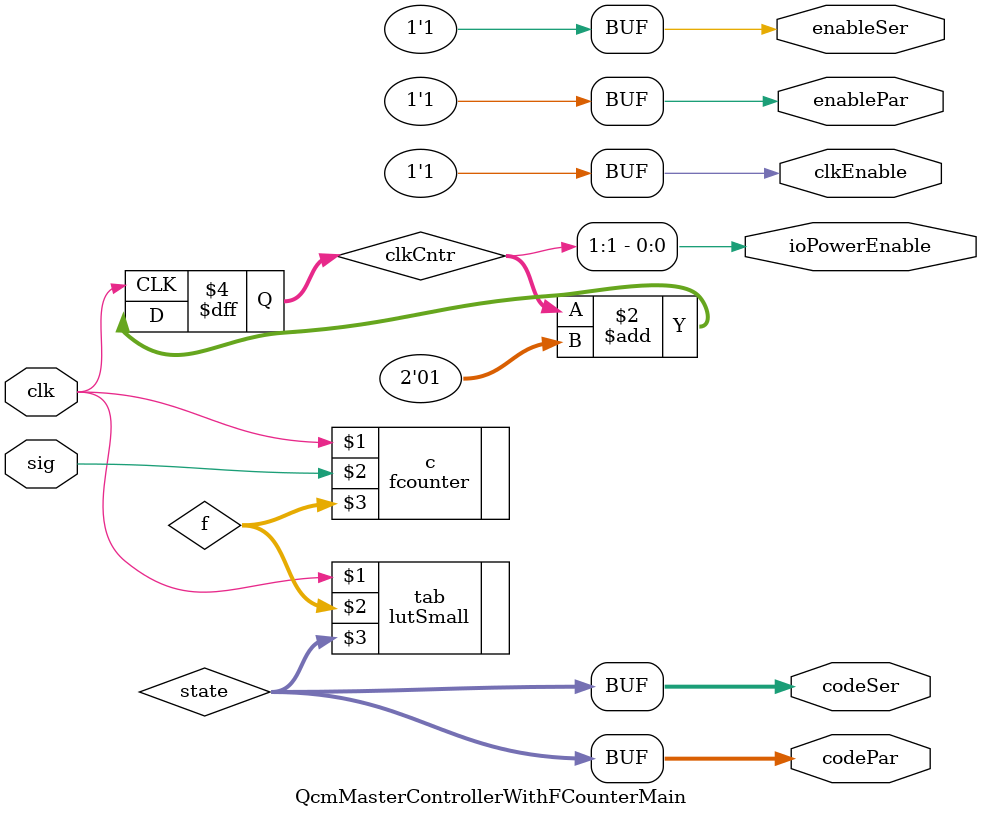
<source format=v>
module QcmMasterControllerWithFCounterMain(clk, sig, codeSer, codePar, enableSer, enablePar, ioPowerEnable, clkEnable);
/*
This is the master controller module which instantiates the sub-modules responsible for master controller operation:
counter=frequency counter (really, a period counter with inversion) for
		determining the RF frequency from the square-wave input on "sig"
lut=look-up-table for mapping from a frequency to a capacitor state.
		Currently, the same state number is assigned to both the series and parallel outputs
driver=responsible for mapping from look-up-table output to encoded
		signal for decoder boards (in present implementation, no adjustment
		needs to be made to lut output), and also determines whether the state
		has settled and the cap boards may act on the change.

PIN ASSIGNMENT FOR EPM2210F256C5N (MANY MACROCELL CPLD)
To arrive at this pin assignment,
(1) consult pin assignment for CapBoardDecoder (for tuning code pins) OR "BurkeCPLDBoardConfigurationTemplate.doc" (for signal input)
(2) map to pins on standard 84-pin CPLD
(3) consult Bill Parkin's 84-256-pin adapter schematic to map to 256-pin pin values.

Ok		clk	Location	PIN_83	Yes	
Ok		sig	Location	PIN_28	Yes	
Ok		enableSer	Location	PIN_52	Yes	AC16
Ok		enablePar	Location	PIN_68	Yes	AC26
Ok		codeSer[0]	Location	PIN_33	Yes	AC4
Ok		codeSer[1]	Location	PIN_34	Yes	AC7
Ok		codeSer[2]	Location	PIN_39	Yes	AC9
Ok		codeSer[3]	Location	PIN_40	Yes	AC11
Ok		codeSer[4]	Location	PIN_48	Yes	AC13
Ok		codeSer[5]	Location	PIN_49	Yes	AC14
Ok		codeSer[6]	Location	PIN_51	Yes	AC15
Ok		codePar[0]	Location	PIN_57	Yes	AC17
Ok		codePar[1]	Location	PIN_58	Yes	AC18
Ok		codePar[2]	Location	PIN_60	Yes	AC19
Ok		codePar[3]	Location	PIN_61	Yes	AC20
Ok		codePar[4]	Location	PIN_64	Yes	AC21
Ok		codePar[5]	Location	PIN_65	Yes	AC23
Ok		codePar[6]	Location	PIN_67	Yes	AC25
Ok		ioPowerEnable	Location	PIN_56	Yes
Ok		clkEnable	Location	PIN_73	Yes

Ted Golfinopoulos, pin assignment made on 25 Oct 2011
*/

input clk, sig; //1 bit inputs corresponding to clk and RF signal.
output wire [6:0] codeSer, codePar; //Capacitor state encoded in a number which is interpreted by CapBoardDecoder to determine which caps to turn on.
output enableSer, enablePar; //"Ready" bits indicating codes are ready for decoding.
output ioPowerEnable; //Bit which receives clock-like signal and allows IO circuitry to receive power on LH timing board.
output clkEnable; //Bit which, when high, enables clock.

wire [13:0] f; //Frequency of sig IN HUNDREDS OF Hz, need 4 significant decimal figures.
wire [6:0] state; //Intermediate variable to hold lut output.

reg [1:0] clkCntr; //Divide clock signal down.

initial begin
	#0
	clkCntr=2'b0; //Initialize clock counter.
end

//Instantiate frequency counter object.
fcounter c(clk, sig, f);

//79 corner frequencies in HUNDREDS OF Hz,
//from about 50 kHz (500 hundred Hz) to 300 kHz (3000 hundred Hz)

//Instantiate look-up table which determines state from frequency.
lutSmall tab(clk,f,state);

//At this point, the look-up table outputs a state in the same format required for the encoded cap states, and
//the cap index for the series board is the same as for the parallel board.
assign codeSer=state;
assign codePar=state;

//Instantiate drivers for serial and parallel states - primarily, this determines when the states are ready for decoding by CapBoardDecoder.
//driver dSer(clk,codeSer, enableSer);
//driver dPar(clk, codePar, enablePar);

assign enablePar=1'b1;
assign enableSer=1'b1;

always @(posedge clk) begin
	clkCntr=clkCntr+2'b1; //Increment clock counter.
end

//Give ioPowerEnable bit a divided version of the clock.  The rationale behind this is
//that (a) the ioPowerEnable bit needs a clock-like signal and (b) you should do an operation
//on the clock to prove that the CPLD is working (otherwise synthesis can just connect a wire,
//and so passing the clock to the ioPowerEnable bit may not demonstrate functionality).  This
//is in accordance with the new version of the LH Timing Board.  Pin 56 on the CPLD must receive
//the ioPowerEnable bit.

assign ioPowerEnable=clkCntr[1];
assign clkEnable=1'b1;

endmodule

</source>
